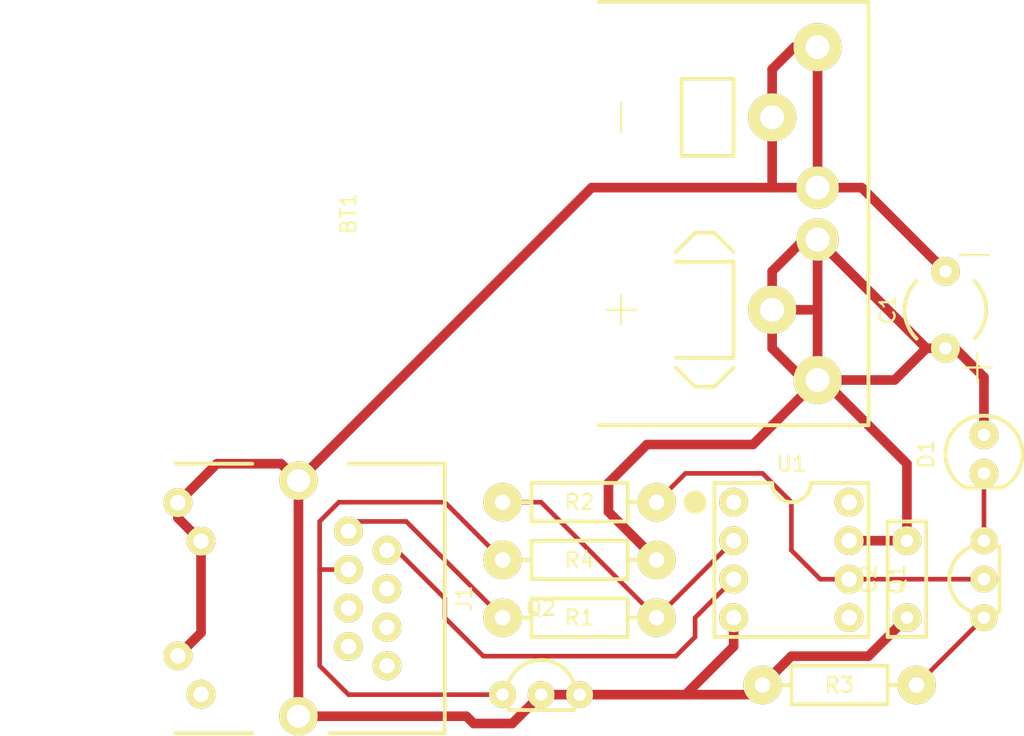
<source format=kicad_pcb>
(kicad_pcb (version 4) (host pcbnew 4.0.1-3.201512221402+6198~38~ubuntu15.04.1-stable)

  (general
    (links 30)
    (no_connects 1)
    (area 0 0 0 0)
    (thickness 1.6)
    (drawings 0)
    (tracks 90)
    (zones 0)
    (modules 12)
    (nets 12)
  )

  (page A4)
  (layers
    (0 F.Cu signal)
    (31 B.Cu signal)
    (32 B.Adhes user)
    (33 F.Adhes user)
    (34 B.Paste user)
    (35 F.Paste user)
    (36 B.SilkS user)
    (37 F.SilkS user)
    (38 B.Mask user)
    (39 F.Mask user)
    (40 Dwgs.User user)
    (41 Cmts.User user)
    (42 Eco1.User user)
    (43 Eco2.User user)
    (44 Edge.Cuts user)
    (45 Margin user)
    (46 B.CrtYd user)
    (47 F.CrtYd user)
    (48 B.Fab user)
    (49 F.Fab user)
  )

  (setup
    (last_trace_width 0.3048)
    (trace_clearance 0.2794)
    (zone_clearance 0.508)
    (zone_45_only no)
    (trace_min 0.2794)
    (segment_width 0.2)
    (edge_width 0.15)
    (via_size 1.6256)
    (via_drill 0.8128)
    (via_min_size 1.6256)
    (via_min_drill 0.8128)
    (uvia_size 0.3)
    (uvia_drill 0.1)
    (uvias_allowed no)
    (uvia_min_size 0)
    (uvia_min_drill 0)
    (pcb_text_width 0.3)
    (pcb_text_size 1.5 1.5)
    (mod_edge_width 0.15)
    (mod_text_size 1 1)
    (mod_text_width 0.15)
    (pad_size 1.524 1.524)
    (pad_drill 0.762)
    (pad_to_mask_clearance 0.2)
    (aux_axis_origin 0 0)
    (visible_elements FFFFFF7F)
    (pcbplotparams
      (layerselection 0x00030_80000001)
      (usegerberextensions false)
      (excludeedgelayer true)
      (linewidth 0.100000)
      (plotframeref false)
      (viasonmask false)
      (mode 1)
      (useauxorigin false)
      (hpglpennumber 1)
      (hpglpenspeed 20)
      (hpglpendiameter 15)
      (hpglpenoverlay 2)
      (psnegative false)
      (psa4output false)
      (plotreference true)
      (plotvalue true)
      (plotinvisibletext false)
      (padsonsilk false)
      (subtractmaskfromsilk false)
      (outputformat 1)
      (mirror false)
      (drillshape 1)
      (scaleselection 1)
      (outputdirectory ""))
  )

  (net 0 "")
  (net 1 +9V)
  (net 2 GND)
  (net 3 "Net-(D1-Pad1)")
  (net 4 "Net-(J1-Pad1)")
  (net 5 "Net-(J1-Pad8)")
  (net 6 "Net-(J1-Pad2)")
  (net 7 "Net-(J1-Pad3)")
  (net 8 "Net-(J1-Pad7)")
  (net 9 "Net-(Q1-Pad1)")
  (net 10 "Net-(Q1-Pad2)")
  (net 11 "Net-(R1-Pad1)")

  (net_class Default "This is the default net class."
    (clearance 0.2794)
    (trace_width 0.3048)
    (via_dia 1.6256)
    (via_drill 0.8128)
    (uvia_dia 0.3)
    (uvia_drill 0.1)
    (add_net "Net-(D1-Pad1)")
    (add_net "Net-(J1-Pad1)")
    (add_net "Net-(J1-Pad2)")
    (add_net "Net-(J1-Pad3)")
    (add_net "Net-(J1-Pad7)")
    (add_net "Net-(J1-Pad8)")
    (add_net "Net-(Q1-Pad1)")
    (add_net "Net-(Q1-Pad2)")
    (add_net "Net-(R1-Pad1)")
  )

  (net_class Power ""
    (clearance 0.2794)
    (trace_width 0.635)
    (via_dia 1.6256)
    (via_drill 0.8128)
    (uvia_dia 0.3)
    (uvia_drill 0.1)
    (add_net +9V)
    (add_net GND)
  )

  (module UC_the_Fish_Components:200Mil_Passive (layer F.Cu) (tedit 56F62D86) (tstamp 56F65338)
    (at 172.72 109.22 90)
    (path /56F68097)
    (fp_text reference C2 (at 0 -2.54 90) (layer F.SilkS)
      (effects (font (size 1 1) (thickness 0.15)))
    )
    (fp_text value C (at 0 -4.445 90) (layer F.Fab)
      (effects (font (size 1 1) (thickness 0.15)))
    )
    (fp_line (start -3.81 -1.27) (end -3.81 1.27) (layer F.SilkS) (width 0.254))
    (fp_line (start -3.81 1.27) (end 3.81 1.27) (layer F.SilkS) (width 0.254))
    (fp_line (start 3.81 1.27) (end 3.81 -1.27) (layer F.SilkS) (width 0.254))
    (fp_line (start 3.81 -1.27) (end -3.81 -1.27) (layer F.SilkS) (width 0.254))
    (pad 1 thru_hole circle (at -2.54 0 90) (size 1.905 1.905) (drill 0.8128) (layers *.Cu *.Mask F.SilkS)
      (net 2 GND))
    (pad 2 thru_hole circle (at 2.54 0 90) (size 1.905 1.905) (drill 0.8128) (layers *.Cu *.Mask F.SilkS)
      (net 1 +9V))
  )

  (module UC_the_Fish_Components:9V_Contacts (layer F.Cu) (tedit 56F6364B) (tstamp 56F63B34)
    (at 163.83 85.09 90)
    (path /56F67B8A)
    (fp_text reference BT1 (at 0 -27.94 90) (layer F.SilkS)
      (effects (font (size 1 1) (thickness 0.15)))
    )
    (fp_text value Keystone_593 (at 0 -25.4 90) (layer F.Fab)
      (effects (font (size 1 1) (thickness 0.15)))
    )
    (fp_line (start 13.97 -11.43) (end 13.97 6.35) (layer F.SilkS) (width 0.254))
    (fp_line (start -13.97 -11.43) (end -13.97 6.35) (layer F.SilkS) (width 0.254))
    (fp_line (start 10.16 -11.43) (end 11.43 -10.16) (layer F.CrtYd) (width 0.254))
    (fp_line (start 11.43 -10.16) (end 11.43 -8.89) (layer F.CrtYd) (width 0.254))
    (fp_line (start 11.43 -8.89) (end 10.16 -7.62) (layer F.CrtYd) (width 0.254))
    (fp_line (start 1.27 -10.16) (end 1.27 -8.89) (layer F.CrtYd) (width 0.254))
    (fp_line (start 1.27 -8.89) (end 2.54 -7.62) (layer Dwgs.User) (width 0.254))
    (fp_line (start 1.27 -10.16) (end 2.54 -11.43) (layer F.CrtYd) (width 0.254))
    (fp_line (start -13.97 -11.43) (end 13.97 -11.43) (layer F.CrtYd) (width 0.254))
    (fp_line (start 3.175 -7.62) (end 3.175 -11.43) (layer F.CrtYd) (width 0.254))
    (fp_line (start 9.525 -11.43) (end 9.525 -7.62) (layer F.CrtYd) (width 0.254))
    (fp_line (start -8.89 -8.001) (end -8.89 -11.43) (layer F.CrtYd) (width 0.254))
    (fp_line (start -3.81 -11.43) (end -3.81 -8.001) (layer F.CrtYd) (width 0.254))
    (fp_line (start -3.81 -8.001) (end -8.89 -8.001) (layer F.CrtYd) (width 0.254))
    (fp_text user - (at 6.35 -10.16 90) (layer F.SilkS)
      (effects (font (size 2.54 2.54) (thickness 0.15)))
    )
    (fp_text user + (at -6.35 -10.16 90) (layer F.SilkS)
      (effects (font (size 2.54 2.54) (thickness 0.15)))
    )
    (fp_line (start -10.16 -6.35) (end -11.43 -5.08) (layer F.SilkS) (width 0.254))
    (fp_line (start -11.43 -5.08) (end -11.43 -3.81) (layer F.SilkS) (width 0.254))
    (fp_line (start -11.43 -3.81) (end -10.16 -2.54) (layer F.SilkS) (width 0.254))
    (fp_line (start -2.54 -6.35) (end -1.27 -5.08) (layer F.SilkS) (width 0.254))
    (fp_line (start -1.27 -5.08) (end -1.27 -3.81) (layer F.SilkS) (width 0.254))
    (fp_line (start -1.27 -3.81) (end -2.54 -2.54) (layer F.SilkS) (width 0.254))
    (fp_line (start 3.81 -2.54) (end 3.81 -5.969) (layer F.SilkS) (width 0.254))
    (fp_line (start 3.81 -5.969) (end 8.89 -5.969) (layer F.SilkS) (width 0.254))
    (fp_line (start 8.89 -5.969) (end 8.89 -2.54) (layer F.SilkS) (width 0.254))
    (fp_line (start 8.89 -2.54) (end 3.81 -2.54) (layer F.SilkS) (width 0.254))
    (fp_line (start -9.525 -6.35) (end -9.525 -2.54) (layer F.SilkS) (width 0.254))
    (fp_line (start -9.525 -2.54) (end -3.175 -2.54) (layer F.SilkS) (width 0.254))
    (fp_line (start -3.175 -2.54) (end -3.175 -6.35) (layer F.SilkS) (width 0.254))
    (fp_line (start -13.97 6.35) (end 13.97 6.35) (layer F.SilkS) (width 0.254))
    (fp_line (start 13.97 -11.43) (end 13.97 -50.8) (layer F.CrtYd) (width 0.254))
    (fp_line (start 13.97 -50.8) (end -13.97 -50.8) (layer F.CrtYd) (width 0.254))
    (fp_line (start -13.97 -50.8) (end -13.97 -11.43) (layer F.CrtYd) (width 0.254))
    (pad 1 thru_hole circle (at -6.35 0 90) (size 3.175 3.175) (drill 1.5748) (layers *.Cu *.Mask F.SilkS)
      (net 1 +9V))
    (pad 2 thru_hole circle (at 6.35 0 90) (size 3.175 3.175) (drill 1.5748) (layers *.Cu *.Mask F.SilkS)
      (net 2 GND))
    (pad 1 thru_hole circle (at -1.7145 2.9972 90) (size 2.794 2.794) (drill 1.5748) (layers *.Cu *.Mask F.SilkS)
      (net 1 +9V))
    (pad 2 thru_hole circle (at 1.7145 2.9972 90) (size 2.794 2.794) (drill 1.5748) (layers *.Cu *.Mask F.SilkS)
      (net 2 GND))
    (pad 1 thru_hole circle (at -10.9855 2.9972 90) (size 3.175 3.175) (drill 1.5748) (layers *.Cu *.Mask F.SilkS)
      (net 1 +9V))
    (pad 2 thru_hole circle (at 10.9855 2.9972 90) (size 3.175 3.175) (drill 1.5748) (layers *.Cu *.Mask F.SilkS)
      (net 2 GND))
  )

  (module UC_the_Fish_Components:LTL2T3TBK5 (layer F.Cu) (tedit 56F5FA52) (tstamp 56F63B3C)
    (at 177.8 100.965 90)
    (path /56F67A59)
    (fp_text reference D1 (at 0 -3.81 90) (layer F.SilkS)
      (effects (font (size 1 1) (thickness 0.15)))
    )
    (fp_text value LTL2T3TBK5 (at 0 -5.715 90) (layer F.Fab)
      (effects (font (size 1 1) (thickness 0.15)))
    )
    (fp_arc (start 0 0) (end -2.19964 -1.27) (angle 300) (layer F.SilkS) (width 0.254))
    (fp_line (start -2.19964 1.27) (end -2.19964 -1.27) (layer F.SilkS) (width 0.254))
    (pad 1 thru_hole circle (at -1.27 0 90) (size 1.905 1.905) (drill 0.8128) (layers *.Cu *.Mask F.SilkS)
      (net 3 "Net-(D1-Pad1)"))
    (pad 2 thru_hole circle (at 1.27 0 90) (size 1.905 1.905) (drill 0.8128) (layers *.Cu *.Mask F.SilkS)
      (net 1 +9V))
  )

  (module UC_the_Fish_Components:TO-92 (layer F.Cu) (tedit 56F5F6C7) (tstamp 56F63B64)
    (at 177.8 109.22 90)
    (path /56F67606)
    (fp_text reference Q1 (at 0 -5.715 90) (layer F.SilkS)
      (effects (font (size 1 1) (thickness 0.15)))
    )
    (fp_text value 2N3904 (at 0 -3.81 90) (layer F.Fab)
      (effects (font (size 1 1) (thickness 0.15)))
    )
    (fp_line (start -2.159 1.016) (end -2.286 0) (layer F.SilkS) (width 0.254))
    (fp_line (start 2.286 0) (end 2.159 1.016) (layer F.SilkS) (width 0.254))
    (fp_line (start -2.159 1.016) (end 2.159 1.016) (layer F.SilkS) (width 0.254))
    (fp_arc (start 0 0) (end -2.286 0) (angle 180) (layer F.SilkS) (width 0.254))
    (pad 1 thru_hole circle (at -2.54 0 90) (size 1.778 1.778) (drill 0.8128) (layers *.Cu *.Mask F.SilkS)
      (net 9 "Net-(Q1-Pad1)"))
    (pad 2 thru_hole circle (at 0 0 90) (size 1.778 1.778) (drill 0.8128) (layers *.Cu *.Mask F.SilkS)
      (net 10 "Net-(Q1-Pad2)"))
    (pad 3 thru_hole circle (at 2.54 0 90) (size 1.778 1.778) (drill 0.8128) (layers *.Cu *.Mask F.SilkS)
      (net 3 "Net-(D1-Pad1)"))
  )

  (module UC_the_Fish_Components:TO-92 (layer F.Cu) (tedit 56F5F6C7) (tstamp 56F63B6F)
    (at 148.59 116.84)
    (path /56F6A98E)
    (fp_text reference Q2 (at 0 -5.715) (layer F.SilkS)
      (effects (font (size 1 1) (thickness 0.15)))
    )
    (fp_text value 2N3906 (at 0 -3.81) (layer F.Fab)
      (effects (font (size 1 1) (thickness 0.15)))
    )
    (fp_line (start -2.159 1.016) (end -2.286 0) (layer F.SilkS) (width 0.254))
    (fp_line (start 2.286 0) (end 2.159 1.016) (layer F.SilkS) (width 0.254))
    (fp_line (start -2.159 1.016) (end 2.159 1.016) (layer F.SilkS) (width 0.254))
    (fp_arc (start 0 0) (end -2.286 0) (angle 180) (layer F.SilkS) (width 0.254))
    (pad 1 thru_hole circle (at -2.54 0) (size 1.778 1.778) (drill 0.8128) (layers *.Cu *.Mask F.SilkS)
      (net 7 "Net-(J1-Pad3)"))
    (pad 2 thru_hole circle (at 0 0) (size 1.778 1.778) (drill 0.8128) (layers *.Cu *.Mask F.SilkS)
      (net 2 GND))
    (pad 3 thru_hole circle (at 2.54 0) (size 1.778 1.778) (drill 0.8128) (layers *.Cu *.Mask F.SilkS)
      (net 2 GND))
  )

  (module UC_the_Fish_Components:8_Pin_Socket (layer F.Cu) (tedit 56F5FCEA) (tstamp 56F63B82)
    (at 165.1 107.95)
    (path /56F673B2)
    (fp_text reference U1 (at 0 -6.35) (layer F.SilkS)
      (effects (font (size 1 1) (thickness 0.15)))
    )
    (fp_text value LM7171 (at 0 6.35) (layer F.Fab)
      (effects (font (size 1 1) (thickness 0.15)))
    )
    (fp_circle (center -6.35 -3.81) (end -6.731 -3.81) (layer F.SilkS) (width 0.762))
    (fp_line (start 1.27 -5.08) (end 5.08 -5.08) (layer F.SilkS) (width 0.254))
    (fp_arc (start 0 -5.08) (end 1.27 -5.08) (angle 180) (layer F.SilkS) (width 0.254))
    (fp_line (start -5.08 -5.08) (end -1.27 -5.08) (layer F.SilkS) (width 0.254))
    (fp_line (start -5.08 -5.08) (end -5.08 5.08) (layer F.SilkS) (width 0.254))
    (fp_line (start -5.08 5.08) (end 5.08 5.08) (layer F.SilkS) (width 0.254))
    (fp_line (start 5.08 5.08) (end 5.08 -5.08) (layer F.SilkS) (width 0.254))
    (pad 1 thru_hole circle (at -3.81 -3.81) (size 1.905 1.905) (drill 1.016) (layers *.Cu *.Mask F.SilkS))
    (pad 2 thru_hole circle (at -3.81 -1.27) (size 1.905 1.905) (drill 1.016) (layers *.Cu *.Mask F.SilkS)
      (net 11 "Net-(R1-Pad1)"))
    (pad 3 thru_hole circle (at -3.81 1.27) (size 1.905 1.905) (drill 1.016) (layers *.Cu *.Mask F.SilkS)
      (net 6 "Net-(J1-Pad2)"))
    (pad 4 thru_hole circle (at -3.81 3.81) (size 1.905 1.905) (drill 1.016) (layers *.Cu *.Mask F.SilkS)
      (net 2 GND))
    (pad 5 thru_hole circle (at 3.81 3.81) (size 1.905 1.905) (drill 1.016) (layers *.Cu *.Mask F.SilkS))
    (pad 6 thru_hole circle (at 3.81 1.27) (size 1.905 1.905) (drill 1.016) (layers *.Cu *.Mask F.SilkS)
      (net 10 "Net-(Q1-Pad2)"))
    (pad 7 thru_hole circle (at 3.81 -1.27) (size 1.905 1.905) (drill 1.016) (layers *.Cu *.Mask F.SilkS)
      (net 1 +9V))
    (pad 8 thru_hole circle (at 3.81 -3.81) (size 1.905 1.905) (drill 1.016) (layers *.Cu *.Mask F.SilkS))
  )

  (module UC_the_Fish_Components:TAP107K006SCS (layer F.Cu) (tedit 56F61632) (tstamp 56F6429B)
    (at 175.26 91.44 90)
    (path /56F67EA2)
    (fp_text reference C1 (at 0 -3.81 90) (layer F.SilkS)
      (effects (font (size 1 1) (thickness 0.15)))
    )
    (fp_text value CP1 (at 0 -5.715 90) (layer F.Fab)
      (effects (font (size 1 1) (thickness 0.15)))
    )
    (fp_text user - (at 3.81 1.905 180) (layer F.SilkS)
      (effects (font (size 2.54 2.54) (thickness 0.15)))
    )
    (fp_text user + (at -3.81 1.905 90) (layer F.SilkS)
      (effects (font (size 2.54 2.54) (thickness 0.15)))
    )
    (fp_arc (start 0 0) (end 1.905 1.905) (angle 90) (layer F.SilkS) (width 0.254))
    (fp_arc (start 0 0) (end -1.905 -1.905) (angle 90) (layer F.SilkS) (width 0.254))
    (pad 1 thru_hole circle (at -2.54 0 90) (size 1.905 1.905) (drill 0.8128) (layers *.Cu *.Mask F.SilkS)
      (net 1 +9V))
    (pad 2 thru_hole circle (at 2.54 0 90) (size 1.905 1.905) (drill 0.8128) (layers *.Cu *.Mask F.SilkS)
      (net 2 GND))
  )

  (module UC_the_Fish_Components:400Mil_Passive (layer F.Cu) (tedit 56F62B9E) (tstamp 56F642B1)
    (at 151.13 111.76 180)
    (path /56F672FE)
    (fp_text reference R1 (at 0 0 180) (layer F.SilkS)
      (effects (font (size 1 1) (thickness 0.15)))
    )
    (fp_text value R (at 0 -2.54 180) (layer F.Fab)
      (effects (font (size 1 1) (thickness 0.15)))
    )
    (fp_line (start 3.175 0) (end 3.81 0) (layer F.SilkS) (width 0.254))
    (fp_line (start -3.175 0) (end -3.81 0) (layer F.SilkS) (width 0.254))
    (fp_line (start -3.175 -1.27) (end -3.175 1.27) (layer F.SilkS) (width 0.254))
    (fp_line (start -3.175 1.27) (end 3.175 1.27) (layer F.SilkS) (width 0.254))
    (fp_line (start 3.175 1.27) (end 3.175 -1.27) (layer F.SilkS) (width 0.254))
    (fp_line (start 3.175 -1.27) (end -3.175 -1.27) (layer F.SilkS) (width 0.254))
    (pad 1 thru_hole circle (at -5.08 0 180) (size 2.54 2.54) (drill 1.016) (layers *.Cu *.Mask F.SilkS)
      (net 11 "Net-(R1-Pad1)"))
    (pad 2 thru_hole circle (at 5.08 0 180) (size 2.54 2.54) (drill 1.016) (layers *.Cu *.Mask F.SilkS)
      (net 4 "Net-(J1-Pad1)"))
  )

  (module UC_the_Fish_Components:400Mil_Passive (layer F.Cu) (tedit 56F62B9E) (tstamp 56F642BD)
    (at 151.13 104.14 180)
    (path /56F67371)
    (fp_text reference R2 (at 0 0 180) (layer F.SilkS)
      (effects (font (size 1 1) (thickness 0.15)))
    )
    (fp_text value R (at 0 -2.54 180) (layer F.Fab)
      (effects (font (size 1 1) (thickness 0.15)))
    )
    (fp_line (start 3.175 0) (end 3.81 0) (layer F.SilkS) (width 0.254))
    (fp_line (start -3.175 0) (end -3.81 0) (layer F.SilkS) (width 0.254))
    (fp_line (start -3.175 -1.27) (end -3.175 1.27) (layer F.SilkS) (width 0.254))
    (fp_line (start -3.175 1.27) (end 3.175 1.27) (layer F.SilkS) (width 0.254))
    (fp_line (start 3.175 1.27) (end 3.175 -1.27) (layer F.SilkS) (width 0.254))
    (fp_line (start 3.175 -1.27) (end -3.175 -1.27) (layer F.SilkS) (width 0.254))
    (pad 1 thru_hole circle (at -5.08 0 180) (size 2.54 2.54) (drill 1.016) (layers *.Cu *.Mask F.SilkS)
      (net 10 "Net-(Q1-Pad2)"))
    (pad 2 thru_hole circle (at 5.08 0 180) (size 2.54 2.54) (drill 1.016) (layers *.Cu *.Mask F.SilkS)
      (net 11 "Net-(R1-Pad1)"))
  )

  (module UC_the_Fish_Components:400Mil_Passive (layer F.Cu) (tedit 56F62B9E) (tstamp 56F642C9)
    (at 168.275 116.205 180)
    (path /56F67981)
    (fp_text reference R3 (at 0 0 180) (layer F.SilkS)
      (effects (font (size 1 1) (thickness 0.15)))
    )
    (fp_text value R (at 0 -2.54 180) (layer F.Fab)
      (effects (font (size 1 1) (thickness 0.15)))
    )
    (fp_line (start 3.175 0) (end 3.81 0) (layer F.SilkS) (width 0.254))
    (fp_line (start -3.175 0) (end -3.81 0) (layer F.SilkS) (width 0.254))
    (fp_line (start -3.175 -1.27) (end -3.175 1.27) (layer F.SilkS) (width 0.254))
    (fp_line (start -3.175 1.27) (end 3.175 1.27) (layer F.SilkS) (width 0.254))
    (fp_line (start 3.175 1.27) (end 3.175 -1.27) (layer F.SilkS) (width 0.254))
    (fp_line (start 3.175 -1.27) (end -3.175 -1.27) (layer F.SilkS) (width 0.254))
    (pad 1 thru_hole circle (at -5.08 0 180) (size 2.54 2.54) (drill 1.016) (layers *.Cu *.Mask F.SilkS)
      (net 9 "Net-(Q1-Pad1)"))
    (pad 2 thru_hole circle (at 5.08 0 180) (size 2.54 2.54) (drill 1.016) (layers *.Cu *.Mask F.SilkS)
      (net 2 GND))
  )

  (module UC_the_Fish_Components:400Mil_Passive (layer F.Cu) (tedit 56F62B9E) (tstamp 56F642D5)
    (at 151.13 107.95 180)
    (path /56F67485)
    (fp_text reference R4 (at 0 0 180) (layer F.SilkS)
      (effects (font (size 1 1) (thickness 0.15)))
    )
    (fp_text value R (at 0 -2.54 180) (layer F.Fab)
      (effects (font (size 1 1) (thickness 0.15)))
    )
    (fp_line (start 3.175 0) (end 3.81 0) (layer F.SilkS) (width 0.254))
    (fp_line (start -3.175 0) (end -3.81 0) (layer F.SilkS) (width 0.254))
    (fp_line (start -3.175 -1.27) (end -3.175 1.27) (layer F.SilkS) (width 0.254))
    (fp_line (start -3.175 1.27) (end 3.175 1.27) (layer F.SilkS) (width 0.254))
    (fp_line (start 3.175 1.27) (end 3.175 -1.27) (layer F.SilkS) (width 0.254))
    (fp_line (start 3.175 -1.27) (end -3.175 -1.27) (layer F.SilkS) (width 0.254))
    (pad 1 thru_hole circle (at -5.08 0 180) (size 2.54 2.54) (drill 1.016) (layers *.Cu *.Mask F.SilkS)
      (net 1 +9V))
    (pad 2 thru_hole circle (at 5.08 0 180) (size 2.54 2.54) (drill 1.016) (layers *.Cu *.Mask F.SilkS)
      (net 7 "Net-(J1-Pad3)"))
  )

  (module UC_the_Fish_Components:RB1-125BAG1A (layer F.Cu) (tedit 56F6113E) (tstamp 56F63B59)
    (at 129.54 110.49 270)
    (path /56F67191)
    (fp_text reference J1 (at 0 -13.97 270) (layer F.SilkS)
      (effects (font (size 1 1) (thickness 0.15)))
    )
    (fp_text value RB1-125BAG1A (at 0 -16.51 270) (layer F.Fab)
      (effects (font (size 1 1) (thickness 0.15)))
    )
    (fp_line (start -8.89 -6.35) (end -8.89 -12.7) (layer F.SilkS) (width 0.254))
    (fp_line (start -8.89 -12.7) (end 8.89 -12.7) (layer F.SilkS) (width 0.254))
    (fp_line (start 8.89 -12.7) (end 8.89 -5.08) (layer F.SilkS) (width 0.254))
    (fp_line (start 8.89 5.08) (end 8.89 0) (layer F.SilkS) (width 0.254))
    (fp_line (start -8.89 5.08) (end -8.89 0) (layer F.SilkS) (width 0.254))
    (fp_line (start -7.7724 -10.88898) (end 7.7724 -10.88898) (layer F.CrtYd) (width 0.254))
    (fp_line (start 7.7724 -10.88898) (end 7.7724 10.88898) (layer F.CrtYd) (width 0.254))
    (fp_line (start 7.7724 10.88898) (end -7.7724 10.88898) (layer F.CrtYd) (width 0.254))
    (fp_line (start -7.7724 10.88898) (end -7.7724 -10.88898) (layer F.CrtYd) (width 0.254))
    (pad "" np_thru_hole circle (at -5.715 0 270) (size 3.175 3.175) (drill 3.175) (layers *.Cu *.Mask F.SilkS))
    (pad "" np_thru_hole circle (at 5.715 0 270) (size 3.175 3.175) (drill 3.175) (layers *.Cu *.Mask F.SilkS))
    (pad 9 thru_hole circle (at -3.7846 3.3782 270) (size 1.905 1.905) (drill 1.016) (layers *.Cu *.Mask F.SilkS)
      (net 2 GND))
    (pad 6 thru_hole circle (at 6.3246 3.3782 270) (size 1.905 1.905) (drill 1.016) (layers *.Cu *.Mask F.SilkS))
    (pad 9 thru_hole circle (at -6.3246 4.89966 270) (size 1.905 1.905) (drill 1.016) (layers *.Cu *.Mask F.SilkS)
      (net 2 GND))
    (pad 9 thru_hole circle (at 3.7846 4.89966 270) (size 1.905 1.905) (drill 1.016) (layers *.Cu *.Mask F.SilkS)
      (net 2 GND))
    (pad 9 thru_hole circle (at -7.77494 -3.048 270) (size 2.54 2.54) (drill 1.5113) (layers *.Cu *.Mask F.SilkS)
      (net 2 GND))
    (pad 9 thru_hole circle (at 7.77494 -3.048 270) (size 2.54 2.54) (drill 1.5113) (layers *.Cu *.Mask F.SilkS)
      (net 2 GND))
    (pad 1 thru_hole circle (at -4.445 -6.35 270) (size 1.905 1.905) (drill 1.016) (layers *.Cu *.Mask F.SilkS)
      (net 4 "Net-(J1-Pad1)"))
    (pad 8 thru_hole circle (at 4.445 -8.89 270) (size 1.905 1.905) (drill 1.016) (layers *.Cu *.Mask F.SilkS)
      (net 5 "Net-(J1-Pad8)"))
    (pad 2 thru_hole circle (at -3.175 -8.89 270) (size 1.905 1.905) (drill 1.016) (layers *.Cu *.Mask F.SilkS)
      (net 6 "Net-(J1-Pad2)"))
    (pad 3 thru_hole circle (at -1.905 -6.35 270) (size 1.905 1.905) (drill 1.016) (layers *.Cu *.Mask F.SilkS)
      (net 7 "Net-(J1-Pad3)"))
    (pad 4 thru_hole circle (at -0.635 -8.89 270) (size 1.905 1.905) (drill 1.016) (layers *.Cu *.Mask F.SilkS))
    (pad 5 thru_hole circle (at 0.635 -6.35 270) (size 1.905 1.905) (drill 1.016) (layers *.Cu *.Mask F.SilkS))
    (pad 6 thru_hole circle (at 1.905 -8.89 270) (size 1.905 1.905) (drill 1.016) (layers *.Cu *.Mask F.SilkS))
    (pad 7 thru_hole circle (at 3.175 -6.35 270) (size 1.905 1.905) (drill 1.016) (layers *.Cu *.Mask F.SilkS)
      (net 8 "Net-(J1-Pad7)"))
  )

  (segment (start 156.21 107.95) (end 153.035 104.775) (width 0.635) (layer F.Cu) (net 1))
  (segment (start 162.5727 100.33) (end 166.8272 96.0755) (width 0.635) (layer F.Cu) (net 1) (tstamp 56F65DD7))
  (segment (start 155.575 100.33) (end 162.5727 100.33) (width 0.635) (layer F.Cu) (net 1) (tstamp 56F65DD5))
  (segment (start 153.035 102.87) (end 155.575 100.33) (width 0.635) (layer F.Cu) (net 1) (tstamp 56F65DD4))
  (segment (start 153.035 104.775) (end 153.035 102.87) (width 0.635) (layer F.Cu) (net 1) (tstamp 56F65DD3))
  (segment (start 166.8272 96.0755) (end 171.9072 96.0755) (width 0.635) (layer F.Cu) (net 1))
  (segment (start 171.9072 96.0755) (end 174.0027 93.98) (width 0.635) (layer F.Cu) (net 1) (tstamp 56F65DCF))
  (segment (start 166.8272 91.44) (end 163.83 91.44) (width 0.635) (layer F.Cu) (net 1))
  (segment (start 166.8272 86.8045) (end 165.9255 86.8045) (width 0.635) (layer F.Cu) (net 1))
  (segment (start 165.9255 86.8045) (end 163.83 88.9) (width 0.635) (layer F.Cu) (net 1) (tstamp 56F65DC1))
  (segment (start 163.83 93.98) (end 165.9255 96.0755) (width 0.635) (layer F.Cu) (net 1) (tstamp 56F65DC3))
  (segment (start 163.83 88.9) (end 163.83 93.98) (width 0.635) (layer F.Cu) (net 1) (tstamp 56F65DC2))
  (segment (start 165.9255 96.0755) (end 166.8272 96.0755) (width 0.635) (layer F.Cu) (net 1) (tstamp 56F65DC4))
  (segment (start 175.26 93.98) (end 174.0027 93.98) (width 0.635) (layer F.Cu) (net 1))
  (segment (start 174.0027 93.98) (end 166.8272 86.8045) (width 0.635) (layer F.Cu) (net 1) (tstamp 56F65DB9))
  (segment (start 166.8272 96.0755) (end 166.8272 91.44) (width 0.635) (layer F.Cu) (net 1))
  (segment (start 166.8272 91.44) (end 166.8272 86.8045) (width 0.635) (layer F.Cu) (net 1) (tstamp 56F65DBF))
  (segment (start 175.26 93.98) (end 175.895 93.98) (width 0.635) (layer F.Cu) (net 1))
  (segment (start 175.895 93.98) (end 177.8 95.885) (width 0.635) (layer F.Cu) (net 1) (tstamp 56F65DA9))
  (segment (start 177.8 95.885) (end 177.8 99.695) (width 0.635) (layer F.Cu) (net 1) (tstamp 56F65DAA))
  (segment (start 168.91 106.68) (end 172.72 106.68) (width 0.635) (layer F.Cu) (net 1))
  (segment (start 172.72 106.68) (end 172.72 101.6) (width 0.635) (layer F.Cu) (net 1) (tstamp 56F65DA4))
  (segment (start 172.72 101.6) (end 167.1955 96.0755) (width 0.635) (layer F.Cu) (net 1) (tstamp 56F65DA5))
  (segment (start 167.1955 96.0755) (end 166.8272 96.0755) (width 0.635) (layer F.Cu) (net 1) (tstamp 56F65DA6))
  (segment (start 166.8272 96.0755) (end 166.8272 96.3422) (width 0.381) (layer F.Cu) (net 1))
  (segment (start 163.195 116.205) (end 165.1 114.3) (width 0.635) (layer F.Cu) (net 2) (status 400000))
  (segment (start 170.18 114.3) (end 172.72 111.76) (width 0.635) (layer F.Cu) (net 2) (tstamp 56F65E15) (status 800000))
  (segment (start 165.1 114.3) (end 170.18 114.3) (width 0.635) (layer F.Cu) (net 2) (tstamp 56F65E14))
  (segment (start 158.115 116.84) (end 162.56 116.84) (width 0.635) (layer F.Cu) (net 2) (status 800000))
  (segment (start 162.56 116.84) (end 163.195 116.205) (width 0.635) (layer F.Cu) (net 2) (tstamp 56F65E11) (status C00000))
  (segment (start 132.588 118.26494) (end 143.66494 118.26494) (width 0.635) (layer F.Cu) (net 2) (status 400000))
  (segment (start 146.685 118.745) (end 148.59 116.84) (width 0.635) (layer F.Cu) (net 2) (tstamp 56F65E0A) (status 800000))
  (segment (start 144.145 118.745) (end 146.685 118.745) (width 0.635) (layer F.Cu) (net 2) (tstamp 56F65E09))
  (segment (start 143.66494 118.26494) (end 144.145 118.745) (width 0.635) (layer F.Cu) (net 2) (tstamp 56F65E08))
  (segment (start 148.59 116.84) (end 158.115 116.84) (width 0.635) (layer F.Cu) (net 2) (tstamp 56F65E0B) (status 400000))
  (segment (start 161.29 113.665) (end 161.29 111.76) (width 0.635) (layer F.Cu) (net 2) (tstamp 56F65E0E) (status 800000))
  (segment (start 158.115 116.84) (end 161.29 113.665) (width 0.635) (layer F.Cu) (net 2) (tstamp 56F65E0C))
  (segment (start 132.588 102.71506) (end 132.56006 102.71506) (width 0.635) (layer F.Cu) (net 2) (status C00000))
  (segment (start 132.56006 102.71506) (end 131.445 101.6) (width 0.635) (layer F.Cu) (net 2) (tstamp 56F65DFC) (status 400000))
  (segment (start 127.20574 101.6) (end 124.64034 104.1654) (width 0.635) (layer F.Cu) (net 2) (tstamp 56F65DFE) (status 800000))
  (segment (start 131.445 101.6) (end 127.20574 101.6) (width 0.635) (layer F.Cu) (net 2) (tstamp 56F65DFD))
  (segment (start 124.64034 104.1654) (end 124.64034 105.18394) (width 0.635) (layer F.Cu) (net 2) (tstamp 56F65E00) (status 400000))
  (segment (start 124.64034 105.18394) (end 126.1618 106.7054) (width 0.635) (layer F.Cu) (net 2) (tstamp 56F65E01) (status 800000))
  (segment (start 126.1618 106.7054) (end 126.1618 112.75314) (width 0.635) (layer F.Cu) (net 2) (tstamp 56F65E02) (status 400000))
  (segment (start 126.1618 112.75314) (end 124.64034 114.2746) (width 0.635) (layer F.Cu) (net 2) (tstamp 56F65E03) (status 800000))
  (segment (start 163.83 78.74) (end 163.83 83.3755) (width 0.635) (layer F.Cu) (net 2) (status 400000))
  (segment (start 163.83 83.185) (end 164.0205 83.3755) (width 0.635) (layer F.Cu) (net 2) (tstamp 56F65DF7))
  (segment (start 163.83 83.3755) (end 163.83 83.185) (width 0.635) (layer F.Cu) (net 2) (tstamp 56F65DF6))
  (segment (start 132.588 102.71506) (end 132.588 118.26494) (width 0.635) (layer F.Cu) (net 2) (status C00000))
  (segment (start 166.8272 83.3755) (end 164.0205 83.3755) (width 0.635) (layer F.Cu) (net 2) (status 400000))
  (segment (start 164.0205 83.3755) (end 151.92756 83.3755) (width 0.635) (layer F.Cu) (net 2) (tstamp 56F65DFA))
  (segment (start 151.92756 83.3755) (end 132.588 102.71506) (width 0.635) (layer F.Cu) (net 2) (tstamp 56F65DF0) (status 800000))
  (segment (start 166.8272 74.1045) (end 165.2905 74.1045) (width 0.635) (layer F.Cu) (net 2) (status C00000))
  (segment (start 165.2905 74.1045) (end 163.83 75.565) (width 0.635) (layer F.Cu) (net 2) (tstamp 56F65DEC) (status 400000))
  (segment (start 163.83 75.565) (end 163.83 78.74) (width 0.635) (layer F.Cu) (net 2) (tstamp 56F65DED) (status 800000))
  (segment (start 166.8272 83.3755) (end 169.7355 83.3755) (width 0.635) (layer F.Cu) (net 2) (status 400000))
  (segment (start 169.7355 83.3755) (end 175.26 88.9) (width 0.635) (layer F.Cu) (net 2) (tstamp 56F65DE6) (status 800000))
  (segment (start 166.8272 83.3755) (end 166.8272 74.1045) (width 0.635) (layer F.Cu) (net 2) (status C00000))
  (segment (start 177.8 102.235) (end 177.8 106.68) (width 0.3048) (layer F.Cu) (net 3))
  (segment (start 146.05 111.76) (end 139.7 105.41) (width 0.3048) (layer F.Cu) (net 4))
  (segment (start 139.7 105.41) (end 136.525 105.41) (width 0.3048) (layer F.Cu) (net 4) (tstamp 56F65C9E))
  (segment (start 136.525 105.41) (end 135.89 106.045) (width 0.3048) (layer F.Cu) (net 4) (tstamp 56F65C9F))
  (segment (start 141.605 109.855) (end 142.24 110.49) (width 0.3048) (layer F.Cu) (net 6))
  (segment (start 161.29 109.22) (end 158.75 111.76) (width 0.3048) (layer F.Cu) (net 6) (tstamp 56F65C97))
  (segment (start 158.75 113.03) (end 158.75 111.76) (width 0.3048) (layer F.Cu) (net 6) (tstamp 56F65C95))
  (segment (start 141.605 109.855) (end 139.065 107.315) (width 0.3048) (layer F.Cu) (net 6) (tstamp 56F65C8C))
  (segment (start 157.48 114.3) (end 158.75 113.03) (width 0.3048) (layer F.Cu) (net 6) (tstamp 56F65CD3))
  (segment (start 144.78 114.3) (end 157.48 114.3) (width 0.3048) (layer F.Cu) (net 6) (tstamp 56F65CD1))
  (segment (start 142.24 111.76) (end 144.78 114.3) (width 0.3048) (layer F.Cu) (net 6) (tstamp 56F65CCF))
  (segment (start 142.24 110.49) (end 142.24 111.76) (width 0.3048) (layer F.Cu) (net 6) (tstamp 56F65CCE))
  (segment (start 138.43 107.315) (end 139.065 107.315) (width 0.3048) (layer F.Cu) (net 6))
  (segment (start 146.05 116.84) (end 135.89 116.84) (width 0.3048) (layer F.Cu) (net 7))
  (segment (start 133.985 114.935) (end 133.985 108.585) (width 0.3048) (layer F.Cu) (net 7) (tstamp 56F65CBA))
  (segment (start 133.985 114.935) (end 135.89 116.84) (width 0.3048) (layer F.Cu) (net 7) (tstamp 56F65CB1))
  (segment (start 135.89 108.585) (end 133.985 108.585) (width 0.3048) (layer F.Cu) (net 7))
  (segment (start 146.05 107.95) (end 142.24 104.14) (width 0.3048) (layer F.Cu) (net 7))
  (segment (start 133.985 105.41) (end 133.985 108.585) (width 0.3048) (layer F.Cu) (net 7) (tstamp 56F65CAF))
  (segment (start 135.255 104.14) (end 133.985 105.41) (width 0.3048) (layer F.Cu) (net 7) (tstamp 56F65CAD))
  (segment (start 142.24 104.14) (end 135.255 104.14) (width 0.3048) (layer F.Cu) (net 7) (tstamp 56F65CAC))
  (segment (start 177.8 111.76) (end 173.355 116.205) (width 0.3048) (layer F.Cu) (net 9))
  (segment (start 156.21 104.14) (end 158.115 102.235) (width 0.3048) (layer F.Cu) (net 10))
  (segment (start 167.005 109.22) (end 168.91 109.22) (width 0.3048) (layer F.Cu) (net 10) (tstamp 56F65D5D))
  (segment (start 165.1 107.315) (end 167.005 109.22) (width 0.3048) (layer F.Cu) (net 10) (tstamp 56F65D5B))
  (segment (start 165.1 104.14) (end 165.1 107.315) (width 0.3048) (layer F.Cu) (net 10) (tstamp 56F65D59))
  (segment (start 163.195 102.235) (end 165.1 104.14) (width 0.3048) (layer F.Cu) (net 10) (tstamp 56F65D57))
  (segment (start 158.115 102.235) (end 163.195 102.235) (width 0.3048) (layer F.Cu) (net 10) (tstamp 56F65D56))
  (segment (start 168.91 109.22) (end 177.8 109.22) (width 0.3048) (layer F.Cu) (net 10))
  (segment (start 146.05 104.14) (end 148.59 104.14) (width 0.3048) (layer F.Cu) (net 11))
  (segment (start 148.59 104.14) (end 156.21 111.76) (width 0.3048) (layer F.Cu) (net 11) (tstamp 56F65D61))
  (segment (start 156.21 111.76) (end 161.29 106.68) (width 0.3048) (layer F.Cu) (net 11))

)

</source>
